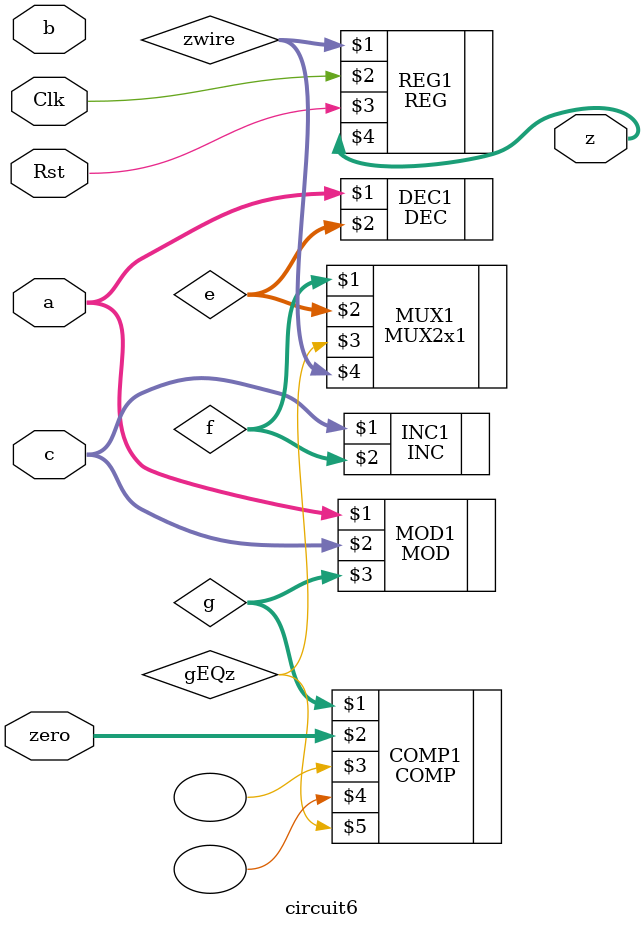
<source format=v>
`timescale 1ns / 1ns


module circuit6(Clk, Rst, a, b, c, zero, z);
    input Clk, Rst;
    input [63:0] a, b, c, zero;
    output [63:0] z;
    
    wire [63:0] e, f, g, zwire;
    wire gEQz;
    
       
    DEC #(.DATAWIDTH(64)) DEC1(a, e);                   //e = a - 1
    INC #(.DATAWIDTH(64)) INC1(c, f);                   //f = c + 1
    MOD #(.DATAWIDTH(64)) MOD1(a, c, g);                //g = a % c  
    COMP #(.DATAWIDTH(64)) COMP1(g, zero, , , gEQz);    //gEQz = g == zero
    MUX2x1 #(.DATAWIDTH(64)) MUX1(f, e, gEQz, zwire);   //zwire = gEQz ? e : f 
    REG #(.DATAWIDTH(64)) REG1(zwire, Clk, Rst, z);     //z = zwire
    
endmodule

</source>
